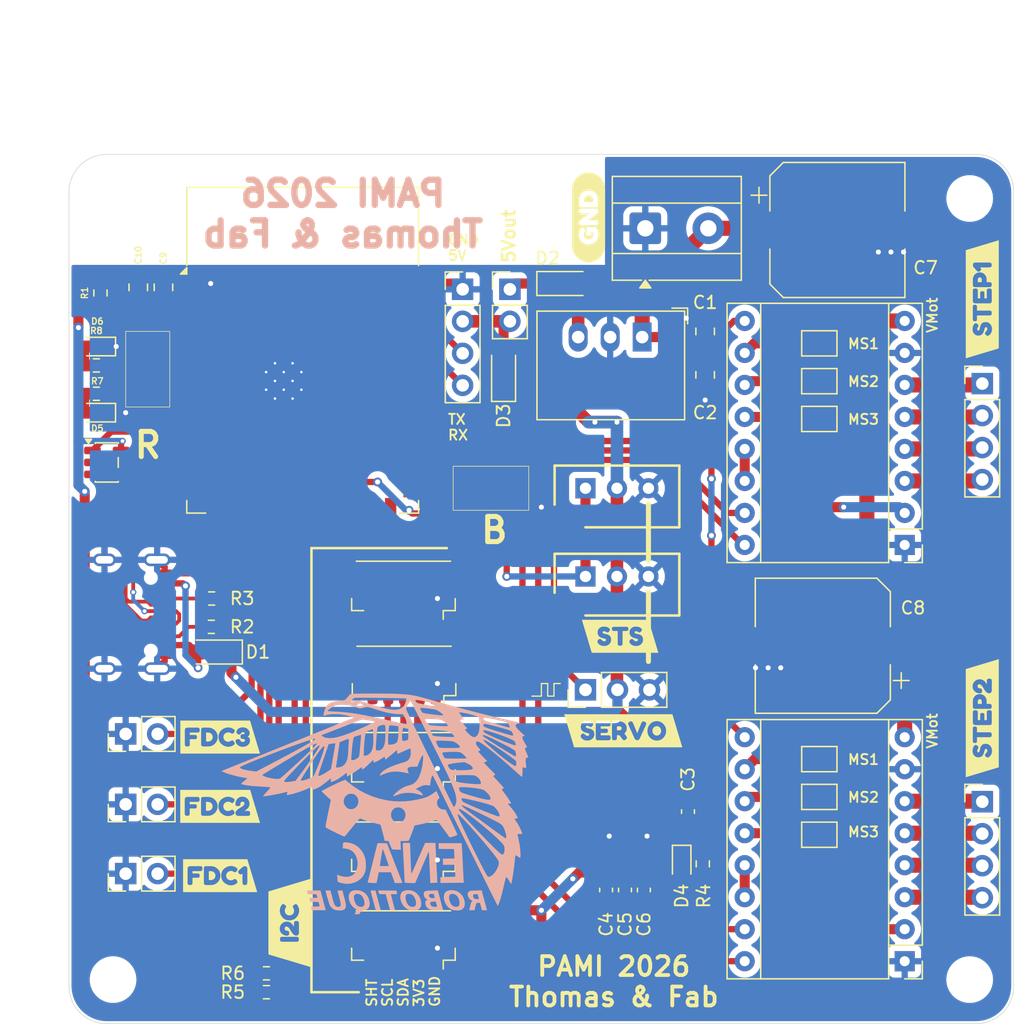
<source format=kicad_pcb>
(kicad_pcb (version 20241229) (generator "pcbnew") (generator_version "9.0")
  (layers (0 "F.Cu" signal) (2 "B.Cu" signal) (13 "F.Paste" user) (15 "B.Paste" user) (5 "F.SilkS" user "F.Silkscreen") (7 "B.SilkS" user "B.Silkscreen") (1 "F.Mask" user) (3 "B.Mask" user) (25 "Edge.Cuts" user))
  (net 0 "")
  (net 1 "+3.3V")
  (net 2 "GND")
  (net 3 "Net-(A1-~{RESET})")
  (net 4 "Net-(A1-MS2)")
  (net 5 "Net-(A1-MS1)")
  (net 6 "+BATT")
  (net 7 "Net-(A1-2B)")
  (net 8 "Net-(A1-2A)")
  (net 9 "Net-(A1-1A)")
  (net 10 "STEP1_PWM")
  (net 11 "Net-(A1-1B)")
  (net 12 "STEP1_DIR")
  (net 13 "Net-(A1-MS3)")
  (net 14 "ENABLE")
  (net 15 "Net-(A2-1A)")
  (net 16 "Net-(A2-2A)")
  (net 17 "Net-(A2-MS3)")
  (net 18 "STEP2_DIR")
  (net 19 "Net-(A2-MS2)")
  (net 20 "Net-(A2-~{RESET})")
  (net 21 "Net-(A2-MS1)")
  (net 22 "STEP2_PWM")
  (net 23 "Net-(A2-1B)")
  (net 24 "Net-(A2-2B)")
  (net 25 "+5V")
  (net 26 "VBUS")
  (net 27 "+5V Batt")
  (net 28 "+5V UART")
  (net 29 "Net-(D4-A)")
  (net 30 "Net-(D5-A)")
  (net 31 "Net-(D6-A)")
  (net 32 "USB_DM")
  (net 33 "USB_DP")
  (net 35 "Net-(J1-CC2)")
  (net 36 "Net-(J1-CC1)")
  (net 38 "RX1")
  (net 39 "SCL")
  (net 40 "SHUTDOWN1")
  (net 41 "SDA")
  (net 42 "SHUTDOWN2")
  (net 43 "SERVO")
  (net 44 "SHUTDOWN3")
  (net 45 "SHUTDOWN4")
  (net 46 "SHUTDOWN5")
  (net 47 "RX")
  (net 48 "TX")
  (net 49 "Net-(U1-EN)")
  (net 50 "LED1")
  (net 51 "LED2")
  (net 52 "Net-(U1-IO0)")
  (net 55 "TX1")
  (net 58 "RTS")
  (net 62 "FDC1")
  (net 63 "FDC2")
  (net 64 "FDC3")
  (footprint "Connector_Molex:Molex_PicoBlade_53398-0571_1x05-1MP_P1.25mm_Vertical" (layer "F.Cu") (at 161.55 105.25 180)
    (property "Reference" "J9" (hide yes))
    (property "Value" "RANGE" (hide yes))
  )
  (footprint "MountingHole:MountingHole_3.2mm_M3" (layer "F.Cu") (at 138.5 108)
    (property "Reference" "H2" (hide yes))
    (property "Value" "MountingHole" (hide yes))
  )
  (footprint "Capacitor_SMD:C_0603_1608Metric" (layer "F.Cu") (at 179.1375 100.8875 90)
    (property "Reference" "C5")
    (property "Value" "10uF")
  )
  (footprint "ENAC_robotique:SHDR3W70P0X250_1X3_990X490X590P" (layer "F.Cu") (at 176 69 180)
    (property "Reference" "J12" (hide yes))
    (property "Value" "22-03-5035" (hide yes))
  )
  (footprint "Resistor_SMD:R_0603_1608Metric" (layer "F.Cu") (at 150.675 107.5 180)
    (property "Reference" "R6")
    (property "Value" "2.2k")
  )
  (footprint "MountingHole:MountingHole_3.2mm_M3" (layer "F.Cu") (at 206.5 46)
    (property "Reference" "H1" (hide yes))
    (property "Value" "MountingHole" (hide yes))
  )
  (footprint "Diode_SMD:Nexperia_CFP3_SOD-123W" (layer "F.Cu") (at 146.5 82 180)
    (property "Reference" "D1")
    (property "Value" "D")
  )
  (footprint "TerminalBlock_MetzConnect:TerminalBlock_MetzConnect_Type055_RT01502HDWU_1x02_P5.00mm_Horizontal" (layer "F.Cu") (at 180.75 48.3675)
    (property "Reference" "J2" (hide yes))
    (property "Value" "Screw_Terminal_01x02" (hide yes))
  )
  (footprint "Connector_PinHeader_2.54mm:PinHeader_1x03_P2.54mm_Vertical" (layer "F.Cu") (at 176 85 90)
    (property "Reference" "J8" (hide yes))
    (property "Value" "Servo")
  )
  (footprint "Capacitor_SMD:C_0603_1608Metric" (layer "F.Cu") (at 184.1375 94.6625 -90)
    (property "Reference" "C3")
    (property "Value" "470nF")
  )
  (footprint "kibuzzard-693B4601" (layer "F.Cu") (at 147 99.75)
    (property "Reference" "kibuzzard-693B4601" (hide yes))
    (property "Value" "G***" (hide yes))
  )
  (footprint "ENAC_robotique:SWITCH_DTSM31NV" (layer "F.Cu") (at 168.5 69 180)
    (property "Reference" "SW2" (hide yes))
    (property "Value" "SW_Push" (hide yes))
  )
  (footprint "Resistor_SMD:R_0603_1608Metric" (layer "F.Cu") (at 137.175 59.25 180)
    (property "Reference" "R8")
    (property "Value" "1k")
  )
  (footprint "Connector_Molex:Molex_PicoBlade_53398-0571_1x05-1MP_P1.25mm_Vertical" (layer "F.Cu") (at 161.6 84.25 180)
    (property "Reference" "J6" (hide yes))
    (property "Value" "RANGE" (hide yes))
  )
  (footprint "Resistor_SMD:R_0603_1608Metric" (layer "F.Cu") (at 150.675 109 180)
    (property "Reference" "R5")
    (property "Value" "2.2k")
  )
  (footprint "Resistor_SMD:R_0603_1608Metric" (layer "F.Cu") (at 146.325 77.75)
    (property "Reference" "R3")
    (property "Value" "5.1K" (hide yes))
  )
  (footprint "ENAC_robotique:LM3940IMP" (layer "F.Cu") (at 179.2875 94.7375 -90)
    (property "Reference" "IC1")
    (property "Value" "Transfo 5V -> 3.3V")
  )
  (footprint "Connector_Molex:Molex_PicoBlade_53398-0571_1x05-1MP_P1.25mm_Vertical" (layer "F.Cu") (at 161.55 98.2 180)
    (property "Reference" "J10" (hide yes))
    (property "Value" "RANGE" (hide yes))
  )
  (footprint "Capacitor_SMD:C_0805_2012Metric" (layer "F.Cu") (at 185.5 56.55 90)
    (property "Reference" "C1")
    (property "Value" "10uF")
  )
  (footprint "Capacitor_SMD:C_0603_1608Metric" (layer "F.Cu") (at 180.6375 100.8875 90)
    (property "Reference" "C6")
    (property "Value" "10uF")
  )
  (footprint "Connector_PinHeader_2.54mm:PinHeader_1x04_P2.54mm_Vertical" (layer "F.Cu") (at 166.25 53.21)
    (property "Reference" "JP1" (hide yes))
    (property "Value" "UART")
  )
  (footprint "kibuzzard-693B44EC" (layer "F.Cu") (at 207.5 54 90)
    (property "Reference" "kibuzzard-693B44EC" (hide yes))
    (property "Value" "G***" (hide yes))
  )
  (footprint "kibuzzard-693B4464" (layer "F.Cu") (at 152.5 103.5 90)
    (property "Reference" "kibuzzard-693B4464" (hide yes))
    (property "Value" "G***" (hide yes))
  )
  (footprint "Jumper:SolderJumper-2_P1.3mm_Open_TrianglePad1.0x1.5mm" (layer "F.Cu") (at 194.565 93.5 180)
    (property "Reference" "JP7" (hide yes))
    (property "Value" "SolderJumper_2_Open" (hide yes))
  )
  (footprint "Connector_PinHeader_2.54mm:PinHeader_1x04_P2.54mm_Vertical" (layer "F.Cu") (at 207.5 93.88)
    (property "Reference" "J4" (hide yes))
    (property "Value" "Stepper" (hide yes))
  )
  (footprint "Capacitor_SMD:CP_Elec_10x12.5" (layer "F.Cu") (at 194.84 81.5 180)
    (property "Reference" "C8")
    (property "Value" "100uF")
  )
  (footprint "ENAC_robotique:USB-C_HRO_C-31-M-12" (layer "F.Cu") (at 137.82 79 -90)
    (property "Reference" "J1")
    (property "Value" "USB-C_12pin")
  )
  (footprint "Diode_SMD:Nexperia_CFP3_SOD-123W" (layer "F.Cu") (at 169.5 59.85 90)
    (property "Reference" "D3")
    (property "Value" "D" (hide yes))
  )
  (footprint "Connector_PinHeader_2.54mm:PinHeader_1x02_P2.54mm_Vertical" (layer "F.Cu") (at 170 53.21)
    (property "Reference" "JP2" (hide yes))
    (property "Value" "SolderJumper_2_Open" (hide yes))
  )
  (footprint "Capacitor_SMD:C_0805_2012Metric" (layer "F.Cu") (at 142.5 53.05 90)
    (property "Reference" "C9")
    (property "Value" "22uF")
  )
  (footprint "Connector_PinHeader_2.54mm:PinHeader_1x02_P2.54mm_Vertical" (layer "F.Cu") (at 139.5 99.59 90)
    (property "Reference" "J13" (hide yes))
    (property "Value" "Conn_01x02_Pin" (hide yes))
  )
  (footprint "Jumper:SolderJumper-2_P1.3mm_Open_TrianglePad1.0x1.5mm" (layer "F.Cu") (at 194.565 57.5 180)
    (property "Reference" "JP3" (hide yes))
    (property "Value" "SolderJumper_2_Open" (hide yes))
  )
  (footprint "ENAC_robotique:SWITCH_DTSM31NV" (layer "F.Cu") (at 141.25 59.55 90)
    (property "Reference" "SW1" (hide yes))
    (property "Value" "SW_Push" (hide yes))
  )
  (footprint "ENAC_robotique:SHDR3W70P0X250_1X3_990X490X590P" (layer "F.Cu") (at 176 76 180)
    (property "Reference" "J5" (hide yes))
    (property "Value" "22-03-5035" (hide yes))
  )
  (footprint "Jumper:SolderJumper-2_P1.3mm_Open_TrianglePad1.0x1.5mm" (layer "F.Cu") (at 194.565 63.5 180)
    (property "Reference" "JP5" (hide yes))
    (property "Value" "SolderJumper_2_Open" (hide yes))
  )
  (footprint "Connector_Molex:Molex_PicoBlade_53398-0571_1x05-1MP_P1.25mm_Vertical" (layer "F.Cu") (at 161.55 77.5 180)
    (property "Reference" "J7" (hide yes))
    (property "Value" "RANGE" (hide yes))
  )
  (footprint "Capacitor_SMD:C_0805_2012Metric" (layer "F.Cu") (at 185.5 60 -90)
    (property "Reference" "C2")
    (property "Value" "10uF" (hide yes))
  )
  (footprint "LED_SMD:LED_0603_1608Metric" (layer "F.Cu") (at 137.2125 57.75 180)
    (property "Reference" "D6")
    (property "Value" "LED" (hide yes))
  )
  (footprint "Connector_PinHeader_2.54mm:PinHeader_1x04_P2.54mm_Vertical" (layer "F.Cu") (at 207.5 60.69)
    (property "Reference" "J3" (hide yes))
    (property "Value" "Stepper" (hide yes))
  )
  (footprint "LED_SMD:LED_0603_1608Metric" (layer "F.Cu") (at 137.2125 63 180)
    (property "Reference" "D5")
    (property "Value" "LED")
  )
  (footprint "Jumper:SolderJumper-2_P1.3mm_Open_TrianglePad1.0x1.5mm" (layer "F.Cu") (at 194.565 96.5 180)
    (property "Reference" "JP8" (hide yes))
    (property "Value" "SolderJumper_2_Open" (hide yes))
  )
  (footprint "kibuzzard-693B4516" (layer "F.Cu") (at 176.25 47.5 90)
    (property "Reference" "kibuzzard-693B4516" (hide yes))
    (property "Value" "G***" (hide yes))
  )
  (footprint "Resistor_SMD:R_0603_1608Metric" (layer "F.Cu") (at 137.175 61.5 180)
    (property "Reference" "R7")
    (property "Value" "1k")
  )
  (footprint "kibuzzard-693B4393" (layer "F.Cu") (at 178.75 80.75)
    (property "Reference" "kibuzzard-693B4393" (hide yes))
    (property "Value" "G***" (hide yes))
  )
  (footprint "Resistor_SMD:R_0603_1608Metric" (layer "F.Cu") (at 137.5 53.5 -90)
    (property "Reference" "R1")
    (property "Value" "10k")
  )
  (footprint "Connector_Molex:Molex_PicoBlade_53398-0571_1x05-1MP_P1.25mm_Vertical" (layer "F.Cu") (at 161.55 91.1 180)
    (property "Reference" "J11" (hide yes))
    (property "Value" "RANGE" (hide yes))
  )
  (footprint "kibuzzard-693B45E1" (layer "F.Cu") (at 147 88.75)
    (property "Reference" "kibuzzard-693B45E1" (hide yes))
    (property "Value" "G***" (hide yes))
  )
  (footprint "Connector_PinHeader_2.54mm:PinHeader_1x02_P2.54mm_Vertical" (layer "F.Cu") (at 139.5 88.5 90)
    (property "Reference" "J15" (hide yes))
    (property "Value" "Conn_01x02_Pin" (hide yes))
  )
  (footprint "MountingHole:MountingHole_3.2mm_M3" (layer "F.Cu") (at 138.5 46)
    (property "Reference" "H3" (hide yes))
    (property "Value" "MountingHole" (hide yes))
  )
  (footprint "Connector_PinHeader_2.54mm:PinHeader_1x02_P2.54mm_Vertical" (layer "F.Cu") (at 139.5 94.09 90)
    (property "Reference" "J14" (hide yes))
    (property "Value" "Conn_01x02_Pin" (hide yes))
  )
  (footprint "LED_SMD:LED_0603_1608Metric" (layer "F.Cu") (at 183.6375 98.825 -90)
    (property "Reference" "D4")
    (property "Value" "LED_ALIM")
  )
  (footprint "kibuzzard-693B44DB" (layer "F.Cu") (at 207.5 87.25 90)
    (property "Reference" "kibuzzard-693B44DB" (hide yes))
    (property "Value" "G***" (hide yes))
  )
  (footprint "Resistor_SMD:R_0603_1608Metric" (layer "F.Cu") (at 185.3125 98.8125 90)
    (property "Reference" "R4")
    (property "Value" "1k")
  )
  (footprint "Capacitor_SMD:C_0603_1608Metric" (layer "F.Cu") (at 177.6375 100.8875 90)
    (property "Reference" "C4")
    (property "Value" "10uF")
  )
  (footprint "kibuzzard-693B43A5" (layer "F.Cu") (at 179 88.25)
    (property "Reference" "kibuzzard-693B43A5" (hide yes))
    (property "Value" "G***" (hide yes))
  )
  (footprint "Capacitor_SMD:C_0805_2012Metric" (layer "F.Cu") (at 140.5 53.05 90)
    (property "Reference" "C10")
    (property "Value" "100nF")
  )
  (footprint "Jumper:SolderJumper-2_P1.3mm_Open_TrianglePad1.0x1.5mm" (layer "F.Cu") (at 194.565 60.5 180)
    (property "Reference" "JP4" (hide yes))
    (property "Value" "SolderJumper_2_Open" (hide yes))
  )
  (footprint "Resistor_SMD:R_0603_1608Metric" (layer "F.Cu") (at 146.3 80)
    (property "Reference" "R2")
    (property "Value" "5.1K" (hide yes))
  )
  (footprint "Diode_SMD:Nexperia_CFP3_SOD-123W" (layer "F.Cu") (at 174.4 52.75)
    (property "Reference" "D2")
    (property "Value" "D" (hide yes))
  )
  (footprint "Module:Pololu_Breakout-16_15.2x20.3mm" (layer "F.Cu") (at 201.34 73.5 180)
    (property "Reference" "A1" (hide yes))
    (property "Value" "Pololu_Breakout_A4988" (hide yes))
  )
  (footprint "kibuzzard-693B45FB" (layer "F.Cu") (at 147 94.25)
    (property "Reference" "kibuzzard-693B45FB" (hide yes))
    (property "Value" "G***" (hide yes))
  )
  (footprint "RF_Module:ESP32-S3-WROOM-1" (layer "F.Cu") (at 153.55 58.02)
    (property "Reference" "U1" (hide yes))
    (property "Value" "ESP32-S3-WROOM-1")
  )
  (footprint "Converter_DCDC:Converter_DCDC_RECOM_R-78E-0.5_THT" (layer "F.Cu") (at 180.5 57 180)
    (property "Reference" "U2" (hide yes))
    (property "Value" "R-78E5.0-1.0")
  )
  (footprint "Jumper:SolderJumper-2_P1.3mm_Open_TrianglePad1.0x1.5mm" (layer "F.Cu") (at 194.565 90.5 180)
    (property "Reference" "JP6" (hide yes))
    (property "Value" "SolderJumper_2_Open" (hide yes))
  )
  (footprint "Module:Pololu_Breakout-16_15.2x20.3mm" (layer "F.Cu") (at 201.34 106.54 180)
    (property "Reference" "A2" (hide yes))
    (property "Value" "Pololu_Breakout_A4988" (hide yes))
  )
  (footprint "MountingHole:MountingHole_3.2mm_M3" (layer "F.Cu") (at 206.5 108)
    (property "Reference" "H4" (hide yes))
    (property "Value" "MountingHole" (hide yes))
  )
  (footprint "Capacitor_SMD:CP_Elec_10x12.5" (layer "F.Cu") (at 196 48.5)
    (property "Reference" "C7")
    (property "Value" "100uF")
  )
  (footprint "Package_TO_SOT_SMD:SOT-23-5" (layer "F.Cu") (at 138 66.95)
    (property "Reference" "U3" (hide yes))
    (property "Value" "74LVC1G126")
  )
  (footprint "ENAC_robotique:logo_enac_moyen" (layer "B.Cu") (at 161.25 93.25 180)
    (property "Reference" "G***" (hide yes))
    (property "Value" "LOGO" (hide yes))
  )
  (gr_line (start 171.75 85.5) (end 172.5 85.5) (stroke (width 0.1)) (layer "F.SilkS"))
  (gr_line (start 154.25 109) (end 154.25 73.75) (stroke (width 0.2)) (layer "F.SilkS"))
  (gr_line (start 172.5 84.5) (end 173 84.5) (stroke (width 0.1)) (layer "F.SilkS"))
  (gr_line (start 173.5 84.5) (end 174 84.5) (stroke (width 0.1)) (layer "F.SilkS"))
  (gr_line (start 172.5 85.5) (end 172.5 84.5) (stroke (width 0.1)) (layer "F.SilkS"))
  (gr_line (start 154.25 73.75) (end 165 73.75) (stroke (width 0.2)) (layer "F.SilkS"))
  (gr_line (start 154.25 109) (end 158 109) (stroke (width 0.2)) (layer "F.SilkS"))
  (gr_line (start 173 85.5) (end 173.5 85.5) (stroke (width 0.1)) (layer "F.SilkS"))
  (gr_line (start 173 84.5) (end 173 85.5) (stroke (width 0.1)) (layer "F.SilkS"))
  (gr_line (start 173.5 85.5) (end 173.5 84.5) (stroke (width 0.1)) (layer "F.SilkS"))
  (gr_line (start 181 82.75) (end 181 77.25) (stroke (width 0.4)) (layer "F.SilkS"))
  (gr_line (start 181 74.75) (end 181 70.25) (stroke (width 0.4)) (layer "F.SilkS"))
  (gr_line (start 138 42.5) (end 207 42.5) (stroke (width 0.05)) (layer "Edge.Cuts"))
  (gr_arc (start 135 45.5) (mid 135.87868 43.37868) (end 138 42.5) (stroke (width 0.05)) (layer "Edge.Cuts"))
  (gr_arc (start 138 111.5) (mid 135.87868 110.62132) (end 135 108.5) (stroke (width 0.05)) (layer "Edge.Cuts"))
  (gr_line (start 207 111.5) (end 138 111.5) (stroke (width 0.05)) (layer "Edge.Cuts"))
  (gr_arc (start 207 42.5) (mid 209.12132 43.37868) (end 210 45.5) (stroke (width 0.05)) (layer "Edge.Cuts"))
  (gr_line (start 135 108.5) (end 135 45.5) (stroke (width 0.05)) (layer "Edge.Cuts"))
  (gr_arc (start 210 108.5) (mid 209.12132 110.62132) (end 207 111.5) (stroke (width 0.05)) (layer "Edge.Cuts"))
  (gr_line (start 210 45.5) (end 210 108.5) (stroke (width 0.05)) (layer "Edge.Cuts"))
  (gr_text "SDA" (at 162 110.25 90) (layer "F.SilkS") (effects (font (size 0.8 0.8) (thickness 0.15) (bold yes)) (justify left bottom)))
  (gr_text "R" (at 140 66.75 0) (layer "F.SilkS") (effects (font (size 2 2) (thickness 0.4) (bold yes)) (justify left bottom)))
  (gr_text "B" (at 167.5 73.5 0) (layer "F.SilkS") (effects (font (size 2 2) (thickness 0.4) (bold yes)) (justify left bottom)))
  (gr_text "MS3" (at 196.75 96.75 0) (layer "F.SilkS") (effects (font (size 0.8 0.8) (thickness 0.15) (bold yes)) (justify left bottom)))
  (gr_text "MS1" (at 196.75 91 0) (layer "F.SilkS") (effects (font (size 0.8 0.8) (thickness 0.15) (bold yes)) (justify left bottom)))
  (gr_text "SHT" (at 159.5 110.25 90) (layer "F.SilkS") (effects (font (size 0.8 0.8) (thickness 0.15) (bold yes)) (justify left bottom)))
  (gr_text "5V" (at 165 51 0) (layer "F.SilkS") (effects (font (size 0.8 0.8) (thickness 0.15) (bold yes)) (justify left bottom)))
  (gr_text "MS2" (at 196.75 61 0) (layer "F.SilkS") (effects (font (size 0.8 0.8) (thickness 0.15) (bold yes)) (justify left bottom)))
  (gr_text "5Vout" (at 170.5 49 90) (layer "F.SilkS") (effects (font (size 1 1) (thickness 0.2) (bold yes)) (justify bottom)))
  (gr_text "GND" (at 164.5 110.25 90) (layer "F.SilkS") (effects (font (size 0.8 0.8) (thickness 0.15) (bold yes)) (justify left bottom)))
  (gr_text "PAMI 2026\nThomas & Fab" (at 178.25 110.25 0) (layer "F.SilkS") (effects (font (size 1.5 1.5) (thickness 0.3) (bold yes)) (justify bottom)))
  (gr_text "TX" (at 165 64 0) (layer "F.SilkS") (effects (font (size 0.8 0.8) (thickness 0.15) (bold yes)) (justify left bottom)))
  (gr_text "SCL" (at 160.75 110.25 90) (layer "F.SilkS") (effects (font (size 0.8 0.8) (thickness 0.15) (bold yes)) (justify left bottom)))
  (gr_text "3V3" (at 163.25 110.25 90) (layer "F.SilkS") (effects (font (size 0.8 0.8) (thickness 0.15) (bold yes)) (justify left bottom)))
  (gr_text "GND" (at 165 49.75 0) (layer "F.SilkS") (effects (font (size 0.8 0.8) (thickness 0.15) (bold yes)) (justify left bottom)))
  (gr_text "RX" (at 165 65.25 0) (layer "F.SilkS") (effects (font (size 0.8 0.8) (thickness 0.15) (bold yes)) (justify left bottom)))
  (gr_text "MS1" (at 196.75 58 0) (layer "F.SilkS") (effects (font (size 0.8 0.8) (thickness 0.15) (bold yes)) (justify left bottom)))
  (gr_text "VMot" (at 204 89.75 90) (layer "F.SilkS") (effects (font (size 0.8 0.8) (thickness 0.15) (bold yes)) (justify left bottom)))
  (gr_text "VMot" (at 204 56.75 90) (layer "F.SilkS") (effects (font (size 0.8 0.8) (thickness 0.15) (bold yes)) (justify left bottom)))
  (gr_text "MS2" (at 196.75 94 0) (layer "F.SilkS") (effects (font (size 0.8 0.8) (thickness 0.15) (bold yes)) (justify left bottom)))
  (gr_text "MS3" (at 196.75 64 0) (layer "F.SilkS") (effects (font (size 0.8 0.8) (thickness 0.15) (bold yes)) (justify left bottom)))
  (gr_text "PAMI 2026\nThomas & Fab" (at 156.75 50 0) (layer "B.SilkS") (effects (font (size 2 2) (thickness 0.5) (bold yes)) (justify bottom mirror)))
  (segment (start 136.325 52.675) (end 135.75 53.25) (width 0.8) (layer "F.Cu") (net 1))
  (segment (start 195.29 70.5) (end 195.29 87.95) (width 0.8) (layer "F.Cu") (net 1))
  (segment (start 195.29 60.5) (end 195.29 63.5) (width 0.8) (layer "F.Cu") (net 1))
  (segment (start 195.29 63.5) (end 195.29 70.5) (width 0.8) (layer "F.Cu") (net 1))
  (segment (start 195.29 57.5) (end 195.29 60.5) (width 0.8) (layer "F.Cu") (net 1))
  (segment (start 137.5 52.675) (end 136.325 52.675) (width 0.8) (layer "F.Cu") (net 1))
  (segment (start 198.34 97) (end 198.34 103.5) (width 0.8) (layer "F.Cu") (net 1))
  (segment (start 160.5 110.15) (end 149.75 110.15) (width 0.8) (layer "F.Cu") (net 1))
  (segment (start 147.15 110.15) (end 140.5 103.5) (width 0.8) (layer "F.Cu") (net 1))
  (segment (start 195.29 87.95) (end 197.84 90.5) (width 0.8) (layer "F.Cu") (net 1))
  (segment (start 195.29 90.5) (end 197.84 90.5) (width 0.8) (layer "F.Cu") (net 1))
  (segment (start 177.1875 101.6625) (end 176.3875 100.8625) (width 0.8) (layer "F.Cu") (net 1))
  (segment (start 179.1375 101.6625) (end 177.6375 101.6625) (width 0.8) (layer "F.Cu") (net 1))
  (segment (start 177.6375 101.6625) (end 177.1875 101.6625) (width 0.8) (layer "F.Cu") (net 1))
  (segment (start 140.25 103.25) (end 137.75 103.25) (width 0.8) (layer "F.Cu") (net 1))
  (segment (start 139.1375 66) (end 139.1375 65.3625) (width 0.5) (layer "F.Cu") (net 1))
  (segment (start 149.85 107.5) (end 149.85 109) (width 0.5) (layer "F.Cu") (net 1))
  (segment (start 176.3875 100.3625) (end 176.3875 99.5) (width 0.8) (layer "F.Cu") (net 1))
  (segment (start 137.75 103.25) (end 136.25 101.75) (width 0.8) (layer "F.Cu") (net 1))
  (segment (start 144.8 54.03) (end 139.78 54.03) (width 0.8) (layer "F.Cu") (net 1))
  (segment (start 176.3875 100.8625) (end 176.3875 100.3625) (width 0.8) (layer "F.Cu") (net 1))
  (segment (start 140.5 103.5) (end 140.25 103.25) (width 0.8) (layer "F.Cu") (net 1))
  (segment (start 180.6375 101.6625) (end 179.1375 101.6625) (width 0.8) (layer "F.Cu") (net 1))
  (segment (start 195.29 93.5) (end 197.84 93.5) (width 0.8) (layer "F.Cu") (net 1))
  (segment (start 149.85 110.05) (end 149.75 110.15) (width 0.5) (layer "F.Cu") (net 1))
  (segment (start 191.69 110.15) (end 172.5 110.15) (width 0.8) (layer "F.Cu") (net 1))
  (segment (start 195.29 70.5) (end 196.5 70.5) (width 0.8) (layer "F.Cu") (net 1))
  (segment (start 169.75 101.25) (end 162.8 101.25) (width 0.8) (layer "F.Cu") (net 1))
  (segment (start 176.3875 95.3625) (end 176.9875 94.7625) (width 0.8) (layer "F.Cu") (net 1))
  (segment (start 197.84 93.5) (end 198.34 94) (width 0.8) (layer "F.Cu") (net 1))
  (segment (start 149.75 110.15) (end 147.15 110.15) (width 0.8) (layer "F.Cu") (net 1))
  (segment (start 172.5 102.5) (end 171 102.5) (width 0.8) (layer "F.Cu") (net 1))
  (segment (start 162.8 95) (end 162.8 101.25) (width 0.8) (layer "F.Cu") (net 1))
  (segment (start 162.85 110.15) (end 160.5 110.15) (width 0.8) (layer "F.Cu") (net 1))
  (segment (start 197.84 90.5) (end 198.34 91) (width 0.8) (layer "F.Cu") (net 1))
  (segment (start 198.34 103.5) (end 191.69 110.15) (width 0.8) (layer "F.Cu") (net 1))
  (segment (start 198.84 104) (end 198.34 103.5) (width 0.8) (layer "F.Cu") (net 1))
  (segment (start 176.3875 99.5) (end 176.3875 95.3625) (width 0.8) (layer "F.Cu") (net 1))
  (segment (start 175.5 99.5) (end 175 100) (width 0.8) (layer "F.Cu") (net 1))
  (segment (start 149.85 109) (end 149.85 110.05) (width 0.5) (layer "F.Cu") (net 1))
  (segment (start 172.5 102.5) (end 172.5 110.15) (width 0.8) (layer "F.Cu") (net 1))
  (segment (start 172.5 110.15) (end 163.5 110.15) (width 0.8) (layer "F.Cu") (net 1))
  (segment (start 201.34 104) (end 198.84 104) (width 0.8) (layer "F.Cu") (net 1))
  (segment (start 136.25 101.75) (end 136.25 71.25) (width 0.8) (layer "F.Cu") (net 1))
  (segment (start 162.8 78.75) (end 162.8 95) (width 0.8) (layer "F.Cu") (net 1))
  (segment (start 197.84 96.5) (end 198.34 97) (width 0.8) (layer "F.Cu") (net 1))
  (segment (start 171 102.5) (end 169.75 101.25) (width 0.8) (layer "F.Cu") (net 1))
  (segment (start 163.5 110.15) (end 162.85 110.15) (width 0.8) (layer "F.Cu") (net 1))
  (segment (start 135.75 53.25) (end 135.75 56.25) (width 0.8) (layer "F.Cu") (net 1))
  (segment (start 176.3875 99.5) (end 175.5 99.5) (width 0.8) (layer "F.Cu") (net 1))
  (segment (start 162.8 101.25) (end 162.8 106.5) (width 0.8) (layer "F.Cu") (net 1))
  (segment (start 139.78 54.03) (end 138.425 52.675) (width 0.8) (layer "F.Cu") (net 1))
  (segment (start 176.9875 94.7625) (end 176.9875 91.5875) (width 0.8) (layer "F.Cu") (net 1))
  (segment (start 198.34 94) (end 198.34 97) (width 0.8) (layer "F.Cu") (net 1))
  (segment (start 198.34 91) (end 198.34 94) (width 0.8) (layer "F.Cu") (net 1))
  (segment (start 138.425 52.675) (end 137.5 52.675) (width 0.8) (layer "F.Cu") (net 1))
  (segment (start 139.1375 65.3625) (end 139.25 65.25) (width 0.5) (layer "F.Cu") (net 1))
  (segment (start 136.25 69.25) (end 136.25 71.25) (width 0.8) (layer "F.Cu") (net 1))
  (segment (start 195.29 96.5) (end 197.84 96.5) (width 0.8) (layer "F.Cu") (net 1))
  (via (at 139.25 65.25) (size 0.5) (drill 0.3) (layers "F.Cu" "B.Cu") (net 1))
  (via (at 196.5 70.5) (size 0.7) (drill 0.4) (layers "F.Cu" "B.Cu") (net 1))
  (via (at 136.25 69.25) (size 0.7) (drill 0.4) (layers "F.Cu" "B.Cu") (net 1))
  (via (at 175 100) (size 0.7) (drill 0.4) (layers "F.Cu" "B.Cu") (net 1))
  (via (at 135.75 56.25) (size 0.7) (drill 0.4) (layers "F.Cu" "B.Cu") (net 1))
  (via (at 172.5 102.5) (size 0.7) (drill 0.4) (layers "F.Cu" "B.Cu") (net 1))
  (segment (start 139.25 65.25) (end 135.75 65.25) (width 0.5) (layer "B.Cu") (net 1))
  (segment (start 175 100) (end 172.5 102.5) (width 0.8) (layer "B.Cu") (net 1))
  (segment (start 196.5 70.5) (end 200.88 70.5) (width 0.8) (layer "B.Cu") (net 1))
  (segment (start 135.75 65.25) (end 135.75 68.75) (width 0.8) (layer "B.Cu") (net 1))
  (segment (start 200.88 70.5) (end 201.34 70.96) (width 0.8) (layer "B.Cu") (net 1))
  (segment (start 135.75 68.75) (end 136.25 69.25) (width 0.8) (layer "B.Cu") (net 1))
  (segment (start 135.75 56.25) (end 135.75 65.25) (width 0.8) (layer "B.Cu") (net 1))
  (segment (start 142.595 75.75) (end 142.595 75.275) (width 0.5) (layer "F.Cu") (net 2))
  (segment (start 143.16 52.76) (end 142.5 52.1) (width 0.8) (layer "F.Cu") (net 2))
  (segment (start 180.6375 100.1125) (end 179.1375 100.1125) (width 0.5) (layer "F.Cu") (net 2))
  (segment (start 200.25 48.55) (end 200.2 48.5) (width 0.8) (layer "F.Cu") (net 2))
  (segment (start 171.45 69) (end 171.45 69.45) (width 0.5) (layer "F.Cu") (net 2))
  (segment (start 191.5 82.36) (end 190.64 81.5) (width 0.8) (layer "F.Cu") (net 2))
  (segment (start 179.6125 97.8875) (end 180.8875 96.6125) (width 0.8) (layer "F.Cu") (net 2))
  (segment (start 164.05 77.95) (end 164.25 77.75) (width 0.8) (layer "F.Cu") (net 2))
  (segment (start 201.25 50.25) (end 201.25 49.55) (width 0.8) (layer "F.Cu") (net 2))
  (segment (start 183.6375 95.9375) (end 183.6375 98.0375) (width 0.5) (layer "F.Cu") (net 2))
  (segment (start 164.05 91.45) (end 164.25 91.25) (width 0.8) (layer "F.Cu") (net 2))
  (segment (start 179.2875 97.8875) (end 179.6125 97.8875) (width 0.8) (layer "F.Cu") (net 2))
  (segment (start 164.05 105.7) (end 164.25 105.5) (width 0.8) (layer "F.Cu") (net 2))
  (segment (start 164.1 84.65) (end 164.25 84.5) (width 0.8) (layer "F.Cu") (net 2))
  (segment (start 141.25 62.5) (end 140 62.5) (width 0.5) (layer "F.Cu") (net 2))
  (segment (start 185.5 62) (end 185.5 60.95) (width 0.5) (layer "F.Cu") (net 2))
  (segment (start 142.5 52.1) (end 140.5 52.1) (width 0.8) (layer "F.Cu") (net 2))
  (segment (start 165.8 52.76) (end 166.25 53.21) (width 0.8) (layer "F.Cu") (net 2))
  (segment (start 164.1 85.5) (end 164.1 84.65) (width 0.8) (layer "F.Cu") (net 2))
  (segment (start 137.82 68.8575) (end 137.82 74.68) (width 0.5) (layer "F.Cu") (net 2))
  (segment (start 183.6375 98.0375) (end 179.4375 98.0375) (width 0.5) (layer "F.Cu") (net 2))
  (segment (start 138 57.75) (end 138.75 57.75) (width 0.5) (layer "F.Cu") (net 2))
  (segment (start 189.5 82.64) (end 190.64 81.5) (width 0.8) (layer "F.Cu") (net 2))
  (segment (start 179.4375 98.0375) (end 179.2875 97.8875) (width 0.5) (layer "F.Cu") (net 2))
  (segment (start 142.595 82.25) (end 142.595 82.725) (width 0.5) (layer "F.Cu") (net 2))
  (segment (start 201.25 49.55) (end 200.2 48.5) (width 0.8) (layer "F.Cu") (net 2))
  (segment (start 177.6375 100.1125) (end 179.1375 100.1125) (width 0.5) (layer "F.Cu") (net 2))
  (segment (start 179.1625 97.8875) (end 177.8875 96.6125) (width 0.8) (layer "F.Cu") (net 2))
  (segment (start 147.125 77.775) (end 147.15 77.75) (width 0.5) (layer "F.Cu") (net 2))
  (segment (start 164.05 98.7) (end 164.25 98.5) (width 0.8) (layer "F.Cu") (net 2))
  (segment (start 191.5 83.25) (end 191.5 82.36) (width 0.8) (layer "F.Cu") (net 2))
  (segment (start 142.595 82.725) (end 142 83.32) (width 0.5) (layer "F.Cu") (net 2))
  (segment (start 146.24 52.76) (end 146.25 52.75) (width 0.8) (layer "F.Cu") (net 2))
  (segment (start 140 62.5) (end 139.5 63) (width 0.5) (layer "F.Cu") (net 2))
  (segment (start 199.25 49.45) (end 200.2 48.5) (width 0.8) (layer "F.Cu") (net 2))
  (segment (start 184.1375 95.4375) (end 183.6375 95.9375) (width 0.5) (layer "F.Cu") (net 2))
  (segment (start 164.05 92.35) (end 164.05 91.45) (width 0.8) (layer "F.Cu") (net 2))
  (segment (start 147.15 77.75) (end 147.15 77.15) (width 0.5) (layer "F.Cu") (net 2))
  (segment (start 136.8625 67.9) (end 137.82 68.8575) (width 0.5) (layer "F.Cu") (net 2))
  (segment (start 189.5 83.25) (end 189.5 82.64) (width 0.8) (layer "F.Cu") (net 2))
  (segment (start 179.2875 91.5875) (end 179.2875 97.8875) (width 0.5) (layer "F.Cu") (net 2))
  (segment (start 142.595 75.275) (end 142 74.68) (width 0.5) (layer "F.Cu") (net 2))
  (segment (start 164.05 106.5) (end 164.05 105.7) (width 0.8) (layer "F.Cu") (net 2))
  (segment (start 179.1375 98.0375) (end 179.2875 97.8875) (width 0.5) (layer "F.Cu") (net 2))
  (segment (start 171.45 69.45) (end 172.5 70.5) (width 0.5) (layer "F.Cu") (net 2))
  (segment (start 184 55.5) (end 185.4 55.5) (width 0.5) (layer "F.Cu") (net 2))
  (segment (start 200.25 50.25) (end 200.25 48.55) (width 0.8) (layer "F.Cu") (net 2))
  (segment (start 144.8 52.76) (end 143.16 52.76) (width 0.8) (layer "F.Cu") (net 2))
  (segment (start 164.05 99.45) (end 164.05 98.7) (width 0.8) (layer "F.Cu") (net 2))
  (segment (start 179.2875 97.8875) (end 179.1625 97.8875) (width 0.8) (layer "F.Cu") (net 2))
  (segment (start 190.5 81.64) (end 190.64 81.5) (width 0.8) (layer "F.Cu") (net 2))
  (segment (start 190.5 83.25) (end 190.5 81.64) (width 0.8) (layer "F.Cu") (net 2))
  (segment (start 144.8 52.76) (end 146.24 52.76) (width 0.8) (layer "F.Cu") (net 2))
  (segment (start 199.25 50.25) (end 199.25 49.45) (width 0.8) (layer "F.Cu") (net 2))
  (segment (start 185.4 55.5) (end 185.5 55.6) (width 0.5) (layer "F.Cu") (net 2))
  (segment (start 147.15 77.15) (end 145.75 75.75) (width 0.5) (layer "F.Cu") (net 2))
  (segment (start 138 63) (end 139.5 63) (width 0.5) (layer "F.Cu") (net 2))
  (segment (start 147.125 80) (end 147.125 77.775) (width 0.5) (layer "F.Cu") (net 2))
  (segment (start 164.05 78.75) (end 164.05 77.95) (width 0.8) (layer "F.Cu") (net 2))
  (segment (start 162.3 52.76) (end 165.8 52.76) (width 0.8) (layer "F.Cu") (net 2))
  (segment (start 145.75 75.75) (end 142.595 75.75) (width 0.5) (layer "F.Cu") (net 2))
  (segment (start 179.1375 100.1125) (end 179.1375 98.0375) (width 0.5) (layer "F.Cu") (net 2))
  (via (at 189.5 83.25) (size 0.7) (drill 0.4) (layers "F.Cu" "B.Cu") (net 2))
  (via (at 200.25 50.25) (size 0.7) (drill 0.4) (layers "F.Cu" "B.Cu") (net 2))
  (via (at 139.5 63) (size 0.7) (drill 0.4) (layers "F.Cu" "B.Cu") (net 2))
  (via (at 164.25 98.5) (size 0.7) (drill 0.4) (layers "F.Cu" "B.Cu") (net 2))
  (via (at 164.25 84.5) (size 0.7) (drill 0.4) (layers "F.Cu" "B.Cu") (net 2))
  (via (at 138.75 57.75) (size 0.7) (drill 0.4) (layers "F.Cu" "B.Cu") (net 2))
  (via (at 172.5 70.5) (size 0.7) (drill 0.4) (layers "F.Cu" "B.Cu") (net 2))
  (via (at 146.25 52.75) (size 0.7) (drill 0.4) (layers "F.Cu" "B.Cu") (net 2))
  (via (at 180.8875 96.6125) (size 0.7) (drill 0.4) (layers "F.Cu" "B.Cu") (net 2))
  (via (at 199.25 50.25) (size 0.7) (drill 0.4) (layers "F.Cu" "B.Cu") (net 2))
  (via (at 191.5 83.25) (size 0.7) (drill 0.4) (layers "F.Cu" "B.Cu") (net 2))
  (via (at 201.25 50.25) (size 0.7) (drill 0.4) (layers "F.Cu" "B.Cu") (net 2))
  (via (at 185.5 62) (size 0.7) (drill 0.4) (layers "F.Cu" "B.Cu") (net 2))
  (via (at 190.5 83.25) (size 0.7) (drill 0.4) (layers "F.Cu" "B.Cu") (net 2))
  (via (at 184 55.5) (size 0.7) (drill 0.4) (layers "F.Cu" "B.Cu") (net 2))
  (via (at 164.25 91.25) (size 0.7) (drill 0.4) (layers "F.Cu" "B.Cu") (net 2))
  (via (at 164.25 105.5) (size 0.7) (drill 0.4) (layers "F.Cu" "B.Cu") (net 2))
  (via (at 164.25 77.75) (size 0.7) (drill 0.4) (layers "F.Cu" "B.Cu") (net 2))
  (via (at 177.8875 96.6125) (size 0.7) (drill 0.4) (layers "F.Cu" "B.Cu") (net 2))
  (segment (start 188.64 68.42) (end 188.64 65.88) (width 0.8) (layer "F.Cu") (net 3))
  (segment (start 188.94 60.5) (end 193.684097 60.5) (width 0.8) (layer "F.Cu") (net 4))
  (segment (start 188.64 60.8) (end 188.94 60.5) (width 0.8) (layer "F.Cu") (net 4))
  (segment (start 189.4 57.5) (end 193.684097 57.5) (width 0.8) (layer "F.Cu") (net 5))
  (segment (start 188.64 58.26) (end 189.4 57.5) (width 0.8) (layer "F.Cu") (net 5))
  (segment (start 180.5 53.6175) (end 185.75 48.3675) (width 1.2) (layer "F.Cu") (net 6))
  (segment (start 185.5 57.5) (end 185.5 59.05) (width 0.8) (layer "F.Cu") (net 6))
  (segment (start 201.34 82.5) (end 201.34 88.76) (width 1.2) (layer "F.Cu") (net 6))
  (segment (start 180.5 57) (end 185 57) (width 0.8) (layer "F.Cu") (net 6))
  (segment (start 191.6675 48.3675) (end 191.8 48.5) (width 1.2) (layer "F.Cu") (net 6))
  (segment (start 190.64 48.5) (end 191.34 48.5) (width 1.2) (layer "F.Cu") (net 6))
  (segment (start 198.34 55.04) (end 198.34 55.5) (width 1.2) (layer "F.Cu") (net 6))
  (segment (start 198.56 55.72) (end 198.34 55.5) (width 1.2) (layer "F.Cu") (net 6))
  (segment (start 201.34 55.72) (end 198.56 55.72) (width 1.2) (layer "F.Cu") (net 6))
  (segment (start 191.8 48.5) (end 198.34 55.04) (width 1.2) (layer "F.Cu") (net 6))
  (segment (start 198.34 55.5) (end 198.34 79.5) (width 1.2) (layer "F.Cu") (net 6))
  (segment (start 191.6675 48.6325) (end 191.8 48.5) (width 1.2) (layer "F.Cu") (net 6))
  (segment (start 185 57) (end 185.5 57.5) (width 0.8) (layer "F.Cu") (net 6))
  (segment (start 180.5 57) (end 180.5 53.6175) (width 1.2) (layer "F.Cu") (net 6))
  (segment (start 185.75 48.3675) (end 191.6675 48.3675) (width 1.2) (layer "F.Cu") (net 6))
  (segment (start 198.34 79.5) (end 201.34 82.5) (width 1.2) (layer "F.Cu") (net 6))
  (segment (start 207.39 60.8) (end 207.5 60.69) (width 1.2) (layer "F.Cu") (net 7))
  (segment (start 201.34 60.8) (end 207.39 60.8) (width 1.2) (layer "F.Cu") (net 7))
  (segment (start 201.34 63.34) (end 207.39 63.34) (width 1.2) (layer "F.Cu") (net 8))
  (segment (start 207.39 63.34) (end 207.5 63.23) (width 1.2) (layer "F.Cu") (net 8))
  (segment (start 201.34 65.88) (end 207.39 65.88) (width 1.2) (layer "F.Cu") (net 9))
  (segment (start 207.39 65.88) (end 207.5 65.77) (width 1.2) (layer "F.Cu") (net 9))
  (segment (start 169.75 64.25) (end 171.5 66) (width 0.5) (layer "F.Cu") (net 10))
  (segment (start 165.25 64.25) (end 169.75 64.25) (width 0.5) (layer "F.Cu") (net 10))
  (segment (start 162.3 62.92) (end 163.92 62.92) (width 0.5) (layer "F.Cu") (net 10))
  (segment (start 187.291364 70.96) (end 188.64 70.96) (width 0.5) (layer "F.Cu") (net 10))
  (segment (start 171.5 66) (end 182.331364 66) (width 0.5) (layer "F.Cu") (net 10))
  (segment (start 163.92 62.92) (end 165.25 64.25) (width 0.5) (layer "F.Cu") (net 10))
  (segment (start 182.331364 66) (end 187.291364 70.96) (width 0.5) (layer "F.Cu") (net 10))
  (segment (start 207.39 68.42) (end 207.5 68.31) (width 1.2) (layer "F.Cu") (net 11))
  (segment (start 201.34 68.42) (end 207.39 68.42) (width 1.2) (layer "F.Cu") (net 11))
  (segment (start 171.25 66.75) (end 181.75 66.75) (width 0.5) (layer "F.Cu") (net 12))
  (segment (start 165 65) (end 169.5 65) (width 0.5) (layer "F.Cu") (net 12))
  (segment (start 181.75 66.75) (end 188.5 73.5) (width 0.5) (layer "F.Cu") (net 12))
  (segment (start 164.19 64.19) (end 165 65) (width 0.5) (layer "F.Cu") (net 12))
  (segment (start 162.3 64.19) (end 164.19 64.19) (width 0.5) (layer "F.Cu") (net 12))
  (segment (start 188.5 73.5) (end 188.64 73.5) (width 0.5) (layer "F.Cu") (net 12))
  (segment (start 169.5 65) (end 171.25 66.75) (width 0.5) (layer "F.Cu") (net 12))
  (segment (start 193.524097 63.34) (end 193.684097 63.5) (width 0.8) (layer "F.Cu") (net 13))
  (segment (start 188.64 63.34) (end 193.524097 63.34) (width 0.8) (layer "F.Cu") (net 13))
  (segment (start 187 56.5) (end 187.78 55.72) (width 0.5) (layer "F.Cu") (net 14))
  (segment (start 163.65 61.65) (end 165.5 63.5) (width 0.5) (layer "F.Cu") (net 14))
  (segment (start 186 72.75) (end 186 86.12) (width 0.5) (layer "F.Cu") (net 14))
  (segment (start 165.5 63.5) (end 169.991364 63.5) (width 0.5) (layer "F.Cu") (net 14))
  (segment (start 184 65.25) (end 187 62.25) (width 0.5) (layer "F.Cu") (net 14))
  (segment (start 171.741364 65.25) (end 184 65.25) (width 0.5) (layer "F.Cu") (net 14))
  (segment (start 187 62.25) (end 187 56.5) (width 0.5) (layer "F.Cu") (net 14))
  (segment (start 186 67.25) (end 186 68.25) (width 0.5) (layer "F.Cu") (net 14))
  (segment (start 169.991364 63.5) (end 171.741364 65.25) (width 0.5) (layer "F.Cu") (net 14))
  (segment (start 187.78 55.72) (end 188.64 55.72) (width 0.5) (layer "F.Cu") (net 14))
  (segment (start 184 65.25) (end 186 67.25) (width 0.5) (layer "F.Cu") (net 14))
  (segment (start 162.3 61.65) (end 163.65 61.65) (width 0.5) (layer "F.Cu") (net 14))
  (segment (start 186 86.12) (end 188.64 88.76) (width 0.5) (layer "F.Cu") (net 14))
  (via (at 186 72.75) (size 0.7) (drill 0.4) (layers "F.Cu" "B.Cu") (net 14))
  (via (at 186 68.25) (size 0.7) (drill 0.4) (layers "F.Cu" "B.Cu") (net 14))
  (segment (start 186 68.25) (end 186 72.75) (width 0.5) (layer "B.Cu") (net 14))
  (segment (start 207.46 98.92) (end 207.5 98.96) (width 1.2) (layer "F.Cu") (net 15))
  (segment (start 201.34 98.92) (end 207.46 98.92) (width 1.2) (layer "F.Cu") (net 15))
  (segment (start 207.46 96.38) (end 207.5 96.42) (width 1.2) (layer "F.Cu") (net 16))
  (segment (start 201.34 96.38) (end 207.46 96.38) (width 1.2) (layer "F.Cu") (net 16))
  (segment (start 193.564097 96.38) (end 193.684097 96.5) (width 0.8) (layer "F.Cu") (net 17))
  (segment (start 188.64 96.38) (end 193.564097 96.38) (width 0.8) (layer "F.Cu") (net 17))
  (segment (start 167.5 68) (end 167.5 71) (width 0.5) (layer "F.Cu") (net 18))
  (segment (start 177.79 106.54) (end 188.64 106.54) (width 0.5) (layer "F.Cu") (net 18))
  (segment (start 163.5 68) (end 164 67.5) (width 0.5) (layer "F.Cu") (net 18))
  (segment (start 171 74.5) (end 171 99.75) (width 0.5) (layer "F.Cu") (net 18))
  (segment (start 167.5 71) (end 171 74.5) (width 0.5) (layer "F.Cu") (net 18))
  (segment (start 164 67.5) (end 167 67.5) (width 0.5) (layer "F.Cu") (net 18))
  (segment (start 162.3 68) (end 163.5 68) (width 0.5) (layer "F.Cu") (net 18))
  (segment (start 167 67.5) (end 167.5 68) (width 0.5) (layer "F.Cu") (net 18))
  (segment (start 171 99.75) (end 177.79 106.54) (width 0.5) (layer "F.Cu") (net 18))
  (segment (start 188.98 93.5) (end 193.684097 93.5) (width 0.8) (layer "F.Cu") (net 19))
  (segment (start 188.64 93.84) (end 188.98 93.5) (width 0.8) (layer "F.Cu") (net 19))
  (segment (start 188.64 101.46) (end 188.64 98.92) (width 0.8) (layer "F.Cu") (net 20))
  (segment (start 189.44 90.5) (end 193.684097 90.5) (width 0.8) (layer "F.Cu") (net 21))
  (segment (start 188.64 91.3) (end 189.44 90.5) (width 0.8) (layer "F.Cu") (net 21))
  (segment (start 177 104) (end 188.64 104) (width 0.5) (layer "F.Cu") (net 22))
  (segment (start 162.3 66.73) (end 167.221364 66.73) (width 0.5) (layer "F.Cu") (net 22))
  (segment (start 168.25 70.25) (end 172.25 74.25) (width 0.5) (layer "F.Cu") (net 22))
  (segment (start 172.25 99.25) (end 177 104) (width 0.5) (layer "F.Cu") (net 22))
  (segment (start 167.221364 66.73) (end 168.25 67.758636) (width 0.5) (layer "F.Cu") (net 22))
  (segment (start 172.25 74.25) (end 172.25 99.25) (width 0.5) (layer "F.Cu") (net 22))
  (segment (start 168.25 67.758636) (end 168.25 70.25) (width 0.5) (layer "F.Cu") (net 22))
  (segment (start 201.34 101.46) (end 207.46 101.46) (width 1.2) (layer "F.Cu") (net 23))
  (segment (start 207.46 101.46) (end 207.5 101.5) (width 1.2) (layer "F.Cu") (net 23))
  (segment (start 207.46 93.84) (end 207.5 93.88) (width 1.2) (layer "F.Cu") (net 24))
  (segment (start 201.34 93.84) (end 207.46 93.84) (width 1.2) (layer "F.Cu") (net 24))
  (segment (start 178.5 76) (end 178.5 69) (width 1) (layer "F.Cu") (net 25))
  (segment (start 173 52.75) (end 170.46 52.75) (width 0.8) (layer "F.Cu") (net 25))
  (segment (start 178.5 84.96) (end 178.54 85) (width 1) (layer "F.Cu") (net 25))
  (segment (start 170.46 52.75) (end 170 53.21) (width 0.8) (layer "F.Cu") (net 25))
  (segment (start 181.5875 91.5875) (end 181.5875 89.5875) (width 0.8) (layer "F.Cu") (net 25))
  (segment (start 176.25 63.75) (end 176.75 63.75) (width 1) (layer "F.Cu") (net 25))
  (segment (start 184.1375 93.8875) (end 184.9125 93.8875) (width 0.8) (layer "F.Cu") (net 25))
  (segment (start 178.54 86.54) (end 178.54 85) (width 0.8) (layer "F.Cu") (net 25))
  (segment (start 181.5875 89.5875) (end 178.54 86.54) (width 0.8) (layer "F.Cu") (net 25))
  (segment (start 147.9 82) (end 147.9 83.65) (width 0.8) (layer "F.Cu") (net 25))
  (segment (start 185.3125 97.4375) (end 185.3125 97.9875) (width 0.8) (layer "F.Cu") (net 25))
  (segment (start 185.6375 94.6125) (end 185.6375 97.1125) (width 0.8) (layer "F.Cu") (net 25))
  (segment (start 171.625 59.125) (end 176.25 63.75) (width 1) (layer "F.Cu") (net 25))
  (segment (start 185.6375 97.1125) (end 185.3125 97.4375) (width 0.8) (layer "F.Cu") (net 25))
  (segment (start 173 52.75) (end 173 57.75) (width 1) (layer "F.Cu") (net 25))
  (segment (start 147.9 83.65) (end 148.25 84) (width 0.8) (layer "F.Cu") (net 25))
  (segment (start 171.625 59.125) (end 169.5 61.25) (width 1) (layer "F.Cu") (net 25))
  (segment (start 173 57.75) (end 171.625 59.125) (width 1) (layer "F.Cu") (net 25))
  (segment (start 181.8375 91.5875) (end 184.1375 93.8875) (width 0.8) (layer "F.Cu") (net 25))
  (segment (start 184.9125 93.8875) (end 185.6375 94.6125) (width 0.8) (layer "F.Cu") (net 25))
  (segment (start 178.5 76) (end 178.5 84.96) (width 1) (layer "F.Cu") (net 25))
  (segment (start 176.75 63.75) (end 178.5 63.75) (width 1) (layer "F.Cu") (net 25))
  (segment (start 178.46 76.04) (end 178.5 76) (width 1.2) (layer "F.Cu") (net 25))
  (via (at 176.75 63.75) (size 0.7) (drill 0.4) (layers "F.Cu" "B.Cu") (net 25))
  (via (at 148.25 84) (size 0.7) (drill 0.4) (layers "F.Cu" "B.Cu") (net 25))
  (via (at 178.5 63.75) (size 0.7) (drill 0.4) (layers "F.Cu" "B.Cu") (net 25))
  (segment (start 178.54 86.46) (end 178.54 85) (width 0.8) (layer "B.Cu") (net 25))
  (segment (start 178.5 69) (end 178.5 63.75) (width 1) (layer "B.Cu") (net 25))
  (segment (start 151 86.75) (end 178.25 86.75) (width 0.8) (layer "B.Cu") (net 25))
  (segment (start 178.5 63.75) (end 176.25 63.75) (width 1) (layer "B.Cu") (net 25))
  (segment (start 148.25 84) (end 151 86.75) (width 0.8) (layer "B.Cu") (net 25))
  (segment (start 178.25 86.75) (end 178.54 86.46) (width 0.8) (layer "B.Cu") (net 25))
  (segment (start 142.595 81.45) (end 144.55 81.45) (width 0.5) (layer "F.Cu") (net 26))
  (segment (start 144.05 76.55) (end 144.25 76.75) (width 0.5) (layer "F.Cu") (net 26))
  (segment (start 145.25 83.25) (end 145.25 82.15) (width 0.5) (layer "F.Cu") (net 26))
  (segment (start 145.25 82.15) (end 145.1 82) (width 0.5) (layer "F.Cu") (net 26))
  (segment (start 144.55 81.45) (end 145.1 82) (width 0.5) (layer "F.Cu") (net 26))
  (segment (start 142.595 76.55) (end 144.05 76.55) (width 0.5) (layer "F.Cu") (net 26))
  (via (at 144.25 76.75) (size 0.7) (drill 0.4) (layers "F.Cu" "B.Cu") (net 26))
  (via (at 145.25 83.25) (size 0.7) (drill 0.4) (layers "F.Cu" "B.Cu") (net 26))
  (segment (start 144.25 82.25) (end 145.25 83.25) (width 0.5) (layer "B.Cu") (net 26))
  (segment (start 144.25 76.75) (end 144.25 82.25) (width 0.5) (layer "B.Cu") (net 26))
  (segment (start 175.42 57) (end 175.42 53.13) (width 1) (layer "F.Cu") (net 27))
  (segment (start 175.42 53.13) (end 175.8 52.75) (width 1) (layer "F.Cu") (net 27))
  (segment (start 169.5 58.45) (end 169.5 56.25) (width 0.8) (layer "F.Cu") (net 28))
  (segment (start 166.25 55.75) (end 170 55.75) (width 1) (layer "F.Cu") (net 28))
  (segment (start 169.5 56.25) (end 170 55.75) (width 0.8) (layer "F.Cu") (net 28))
  (segment (start 185.3125 99.6375) (end 183.6625 99.6375) (width 0.8) (layer "F.Cu") (net 29))
  (segment (start 183.6625 99.6375) (end 183.6375 99.6125) (width 0.8) (layer "F.Cu") (net 29))
  (segment (start 136.35 61.5) (end 136.35 62.925) (width 0.5) (layer "F.Cu") (net 30))
  (segment (start 136.35 62.925) (end 136.425 63) (width 0.5) (layer "F.Cu") (net 30))
  (segment (start 136.35 59.25) (end 136.35 57.825) (width 0.5) (layer "F.Cu") (net 31))
  (segment (start 136.35 57.825) (end 136.425 57.75) (width 0.5) (layer "F.Cu") (net 31))
  (segment (start 141.25 79.5) (end 140.75 79.5) (width 0.3) (layer "F.Cu") (net 32))
  (segment (start 139.5 78.25) (end 139.5 77.75) (width 0.3) (layer "F.Cu") (net 32))
  (segment (start 141.5 78.25) (end 141.25 78) (width 0.3) (layer "F.Cu") (net 32))
  (segment (start 139.75 78) (end 139.5 77.75) (width 0.3) (layer "F.Cu") (net 32))
  (segment (start 140.75 79.5) (end 139.5 78.25) (width 0.3) (layer "F.Cu") (net 32))
  (segment (start 142.57 79.25) (end 141.5 79.25) (width 0.3) (layer "F.Cu") (net 32))
  (segment (start 139.5 70.75) (end 142.25 68) (width 0.3) (layer "F.Cu") (net 32))
  (segment (start 139.5 77.75) (end 139.5 70.75) (width 0.3) (layer "F.Cu") (net 32))
  (segment (start 142.25 68) (end 144.8 68) (width 0.3) (layer "F.Cu") (net 32))
  (segment (start 141.25 78) (end 139.75 78) (width 0.3) (layer "F.Cu") (net 32))
  (segment (start 142.57 78.25) (end 141.5 78.25) (width 0.3) (layer "F.Cu") (net 32))
  (segment (start 141.5 79.25) (end 141.25 79.5) (width 0.3) (layer "F.Cu") (net 32))
  (segment (start 143.75 79) (end 143.75 79.5) (width 0.3) (layer "F.Cu") (net 33))
  (segment (start 143.75 79.5) (end 143.5 79.75) (width 0.3) (layer "F.Cu") (net 33))
  (segment (start 143.5 79.75) (end 142.57 79.75) (width 0.3) (layer "F.Cu") (net 33))
  (segment (start 140.1 70.85852) (end 140.1 77.25) (width 0.3) (layer "F.Cu") (net 33))
  (segment (start 144.8 69.27) (end 141.68852 69.27) (width 0.3) (layer "F.Cu") (net 33))
  (segment (start 143.5 78.75) (end 143.75 79) (width 0.3) (layer "F.Cu") (net 33))
  (segment (start 141.68852 69.27) (end 140.1 70.85852) (width 0.3) (layer "F.Cu") (net 33))
  (segment (start 142.57 78.75) (end 143.5 78.75) (width 0.3) (layer "F.Cu") (net 33))
  (segment (start 142.57 78.75) (end 141 78.75) (width 0.3) (layer "F.Cu") (net 33))
  (via (at 141 78.75) (size 0.5) (drill 0.3) (layers "F.Cu" "B.Cu") (net 33))
  (via (at 140.1 77.25) (size 0.5) (drill 0.3) (layers "F.Cu" "B.Cu") (net 33))
  (segment (start 140.1 77.85) (end 140.1 77.25) (width 0.3) (layer "B.Cu") (net 33))
  (segment (start 141 78.75) (end 140.1 77.85) (width 0.3) (layer "B.Cu") (net 33))
  (segment (start 143.75 80.75) (end 144.5 80) (width 0.3) (layer "F.Cu") (net 35))
  (segment (start 142.57 80.75) (end 143.75 80.75) (width 0.3) (layer "F.Cu") (net 35))
  (segment (start 144.5 80) (end 145.475 80) (width 0.3) (layer "F.Cu") (net 35))
  (segment (start 142.57 77.75) (end 145.5 77.75) (width 0.3) (layer "F.Cu") (net 36))
  (segment (start 144.8 65.46) (end 146.21 65.46) (width 0.5) (layer "F.Cu") (net 38))
  (segment (start 176 76) (end 176 69) (width 0.8) (layer "F.Cu") (net 38))
  (segment (start 141.341364 67.9) (end 139.1375 67.9) (width 0.5) (layer "F.Cu") (net 38))
  (segment (start 144.8 65.46) (end 143.781364 65.46) (width 0.5) (layer "F.Cu") (net 38))
  (segment (start 143.781364 65.46) (end 141.341364 67.9) (width 0.5) (layer "F.Cu") (net 38))
  (segment (start 162.25 71) (end 162 70.75) (width 0.5) (layer "F.Cu") (net 38))
  (segment (start 146.21 65.46) (end 146.5 65.75) (width 0.5) (layer "F.Cu") (net 38))
  (segment (start 169.75 76) (end 169.75 75) (width 0.5) (layer "F.Cu") (net 38))
  (segment (start 163.5 71) (end 162.25 71) (width 0.5) (layer "F.Cu") (net 38))
  (segment (start 150.25 68.5) (end 159.5 68.5) (width 0.5) (layer "F.Cu") (net 38))
  (segment (start 146.5 65.75) (end 149.25 68.5) (width 0.5) (layer "F.Cu") (net 38))
  (segment (start 169.75 75) (end 167.25 72.5) (width 0.5) (layer "F.Cu") (net 38))
  (segment (start 165.75 71) (end 163.5 71) (width 0.5) (layer "F.Cu") (net 38))
  (segment (start 149.25 68.5) (end 150.25 68.5) (width 0.5) (layer "F.Cu") (net 38))
  (segment (start 167.25 72.5) (end 165.75 71) (width 0.5) (layer "F.Cu") (net 38))
  (via (at 159.5 68.5) (size 0.7) (drill 0.4) (layers "F.Cu" "B.Cu") (net 38))
  (via (at 169.75 76) (size 0.7) (drill 0.4) (layers "F.Cu" "B.Cu") (net 38))
  (via (at 162 70.75) (size 0.7) (drill 0.4) (layers "F.Cu" "B.Cu") (net 38))
  (segment (start 162 70.75) (end 161.75 70.75) (width 0.5) (layer "B.Cu") (net 38))
  (segment (start 161.75 70.75) (end 159.5 68.5) (width 0.5) (layer "B.Cu") (net 38))
  (segment (start 176 76) (end 169.75 76) (width 0.5) (layer "B.Cu") (net 38))
  (segment (start 157.995 70.52) (end 157.995 71.995) (width 0.5) (layer "F.Cu") (net 39))
  (segment (start 157.995 71.995) (end 160.3 74.3) (width 0.5) (layer "F.Cu") (net 39))
  (segment (start 160.3 106.5) (end 160.3 107.45) (width 0.5) (layer "F.Cu") (net 39))
  (segment (start 159.75 108) (end 158.5 108) (width 0.5) (layer "F.Cu") (net 39))
  (segment (start 158 107.5) (end 158.5 108) (width 0.5) (layer "F.Cu") (net 39))
  (segment (start 160.3 107.45) (end 159.75 108) (width 0.5) (layer "F.Cu") (net 39))
  (segment (start 160.3 74.3) (end 160.3 78.75) (width 0.5) (layer "F.Cu") (net 39))
  (segment (start 160.3 78.75) (end 160.3 106.5) (width 0.5) (layer "F.Cu") (net 39))
  (segment (start 151.5 107.5) (end 158 107.5) (width 0.5) (layer "F.Cu") (net 39))
  (segment (start 154.5 84) (end 156 85.5) (width 0.5) (layer "F.Cu") (net 40))
  (segment (start 155.455 70.52) (end 155.455 73.045) (width 0.5) (layer "F.Cu") (net 40))
  (segment (start 155.455 73.045) (end 154.5 74) (width 0.5) (layer "F.Cu") (net 40))
  (segment (start 156 85.5) (end 159.1 85.5) (width 0.5) (layer "F.Cu") (net 40))
  (segment (start 154.5 74) (end 154.5 84) (width 0.5) (layer "F.Cu") (net 40))
  (segment (start 161.55 106.5) (end 161.55 78.75) (width 0.5) (layer "F.Cu") (net 41))
  (segment (start 161.55 106.5) (end 161.55 107.45) (width 0.5) (layer "F.Cu") (net 41))
  (segment (start 160.25 108.75) (end 158 108.75) (width 0.5) (layer "F.Cu") (net 41))
  (segment (start 151.5 109) (end 157.75 109) (width 0.5) (layer "F.Cu") (net 41))
  (segment (start 159.265 71.265) (end 161.55 73.55) (width 0.5) (layer "F.Cu") (net 41))
  (segment (start 161.55 73.55) (end 161.55 78.75) (width 0.5) (layer "F.Cu") (net 41))
  (segment (start 159.265 70.52) (end 159.265 71.265) (width 0.5) (layer "F.Cu") (net 41))
  (segment (start 157.75 109) (end 158 108.75) (width 0.5) (layer "F.Cu") (net 41))
  (segment (start 161.55 107.45) (end 160.25 108.75) (width 0.5) (layer "F.Cu") (net 41))
  (segment (start 159.05 75.05) (end 159.05 78.75) (width 0.5) (layer "F.Cu") (net 42))
  (segment (start 156.725 72.725) (end 159.05 75.05) (width 0.5) (layer "F.Cu") (net 42))
  (segment (start 156.725 70.52) (end 156.725 72.725) (width 0.5) (layer "F.Cu") (net 42))
  (segment (start 169.5 68) (end 169.5 70.25) (width 0.5) (layer "F.Cu") (net 43))
  (segment (start 162.3 65.46) (end 163.71 65.46) (width 0.5) (layer "F.Cu") (net 43))
  (segment (start 163.71 65.46) (end 164.25 66) (width 0.5) (layer "F.Cu") (net 43))
  (segment (start 167.5 66) (end 169.5 68) (width 0.5) (layer "F.Cu") (net 43))
  (segment (start 173.5 74.25) (end 173.5 82.5) (width 0.5) (layer "F.Cu") (net 43))
  (segment (start 173.5 82.5) (end 176 85) (width 0.5) (layer "F.Cu") (net 43))
  (segment (start 169.5 70.25) (end 173.5 74.25) (width 0.5) (layer "F.Cu") (net 43))
  (segment (start 164.25 66) (end 167.5 66) (width 0.5) (layer "F.Cu") (net 43))
  (segment (start 151.645 70.52) (end 151.645 105.145) (width 0.5) (layer "F.Cu") (net 44))
  (segment (start 151.645 105.145) (end 153 106.5) (width 0.5) (layer "F.Cu") (net 44))
  (segment (start 153 106.5) (end 159.05 106.5) (width 0.5) (layer "F.Cu") (net 44))
  (segment (start 154.45 99.45) (end 152.915 97.915) (width 0.5) (layer "F.Cu") (net 45))
  (segment (start 159.05 99.45) (end 154.45 99.45) (width 0.5) (layer "F.Cu") (net 45))
  (segment (start 152.915 97.915) (end 152.915 70.52) (width 0.5) (layer "F.Cu") (net 45))
  (segment (start 154.185 70.52) (end 154.185 72.815) (width 0.5) (layer "F.Cu") (net 46))
  (segment (start 153.799 73.201) (end 153.799 90.799) (width 0.5) (layer "F.Cu") (net 46))
  (segment (start 153.799 90.799) (end 155.35 92.35) (width 0.5) (layer "F.Cu") (net 46))
  (segment (start 154.185 72.815) (end 153.799 73.201) (width 0.5) (layer "F.Cu") (net 46))
  (segment (start 155.35 92.35) (end 159.05 92.35) (width 0.5) (layer "F.Cu") (net 46))
  (segment (start 166.25 60.83) (end 163.26 57.84) (width 0.5) (layer "F.Cu") (net 47))
  (segment (start 163.26 57.84) (end 162.3 57.84) (width 0.5) (layer "F.Cu") (net 47))
  (segment (start 166.25 58.29) (end 164.53 56.57) (width 0.5) (layer "F.Cu") (net 48))
  (segment (start 164.53 56.57) (end 162.3 56.57) (width 0.5) (layer "F.Cu") (net 48))
  (segment (start 142.55 55.3) (end 141.25 56.6) (width 0.5) (layer "F.Cu") (net 49))
  (segment (start 141.25 56.6) (end 139.775 56.6) (width 0.5) (layer "F.Cu") (net 49))
  (segment (start 139.775 56.6) (end 137.5 54.325) (width 0.5) (layer "F.Cu") (net 49))
  (segment (start 144.8 55.3) (end 142.55 55.3) (width 0.5) (layer "F.Cu") (net 49))
  (segment (start 139.25 60.5) (end 138.25 61.5) (width 0.5) (layer "F.Cu") (net 50))
  (segment (start 142.25 60.5) (end 139.25 60.5) (width 0.5) (layer "F.Cu") (net 50))
  (segment (start 144.8 59.11) (end 143.64 59.11) (width 0.5) (layer "F.Cu") (net 50))
  (segment (start 143.64 59.11) (end 142.25 60.5) (width 0.5) (layer "F.Cu") (net 50))
  (segment (start 138.25 61.5) (end 138 61.5) (width 0.5) (layer "F.Cu") (net 50))
  (segment (start 143.41 57.84) (end 142 59.25) (width 0.5) (layer "F.Cu") (net 51))
  (segment (start 144.8 57.84) (end 143.41 57.84) (width 0.5) (layer "F.Cu") (net 51))
  (segment (start 142 59.25) (end 138 59.25) (width 0.5) (layer "F.Cu") (net 51))
  (segment (start 162.3 69.27) (end 165.28 69.27) (width 0.8) (layer "F.Cu") (net 52))
  (segment (start 165.28 69.27) (end 165.55 69) (width 0.8) (layer "F.Cu") (net 52))
  (segment (start 141.3 66.95) (end 136.8625 66.95) (width 0.5) (layer "F.Cu") (net 55))
  (segment (start 144.06 64.19) (end 141.3 66.95) (width 0.5) (layer "F.Cu") (net 55))
  (segment (start 144.8 64.19) (end 144.06 64.19) (width 0.5) (layer "F.Cu") (net 55))
  (segment (start 136.8625 66) (end 138.3625 64.5) (width 0.5) (layer "F.Cu") (net 58))
  (segment (start 144.8 62.92) (end 143.968 62.92) (width 0.5) (layer "F.Cu") (net 58))
  (segment (start 142.388 64.5) (end 138.3625 64.5) (width 0.5) (layer "F.Cu") (net 58))
  (segment (start 143.968 62.92) (end 142.75 64.138) (width 0.5) (layer "F.Cu") (net 58))
  (segment (start 142.75 64.138) (end 142.388 64.5) (width 0.5) (layer "F.Cu") (net 58))
  (segment (start 150.375 75.892272) (end 150.902 76.419272) (width 0.5) (layer "F.Cu") (net 62))
  (segment (start 150.375 70.52) (end 150.375 75.892272) (width 0.5) (layer "F.Cu") (net 62))
  (segment (start 144.91 99.59) (end 142.04 99.59) (width 0.5) (layer "F.Cu") (net 62))
  (segment (start 150.902 93.598) (end 144.91 99.59) (width 0.5) (layer "F.Cu") (net 62))
  (segment (start 150.902 76.419272) (end 150.902 93.598) (width 0.5) (layer "F.Cu") (net 62))
  (segment (start 144.41 94.09) (end 142.04 94.09) (width 0.5) (layer "F.Cu") (net 63))
  (segment (start 149.105 75.613636) (end 150.201 76.709636) (width 0.5) (layer "F.Cu") (net 63))
  (segment (start 149.105 70.52) (end 149.105 75.613636) (width 0.5) (layer "F.Cu") (net 63))
  (segment (start 150.201 76.709636) (end 150.201 88.299) (width 0.5) (layer "F.Cu") (net 63))
  (segment (start 150.201 88.299) (end 144.41 94.09) (width 0.5) (layer "F.Cu") (net 63))
  (segment (start 146.565 74.065) (end 149.5 77) (width 0.5) (layer "F.Cu") (net 64))
  (segment (start 149.5 77) (end 149.5 85) (width 0.5) (layer "F.Cu") (net 64))
  (segment (start 149.5 85) (end 146 88.5) (width 0.5) (layer "F.Cu") (net 64))
  (segment (start 146.565 70.52) (end 146.565 74.065) (width 0.5) (layer "F.Cu") (net 64))
  (segment (start 146 88.5) (end 142.04 88.5) (width 0.5) (layer "F.Cu") (net 64))
  (zone (net 2) (net_name "GND") (layer "B.Cu") (connect_pads (clearance 0.5)) (min_thickness 0.25) (fill yes (thermal_gap 0.5) (thermal_bridge_width 0.5))
    (polygon (pts (xy 135 42.5) (xy 210 42.5) (xy 210 111.5) (xy 135 111.5)))
  )
)
</source>
